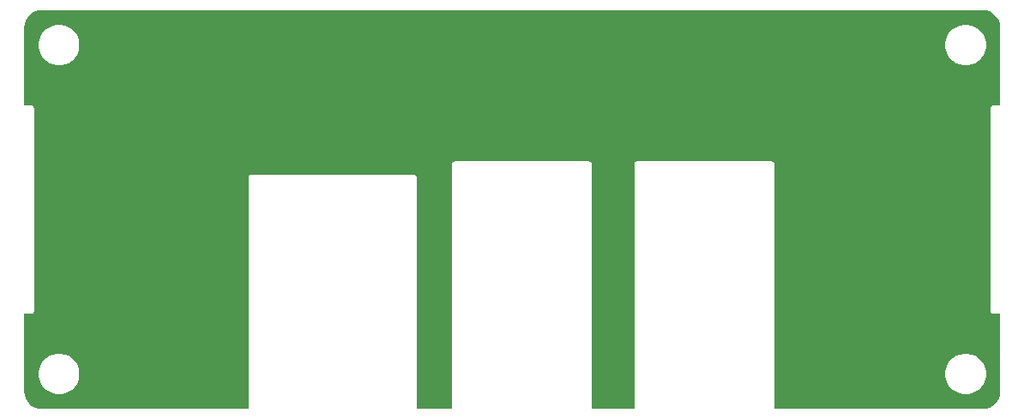
<source format=gbl>
G04*
G04 #@! TF.GenerationSoftware,Altium Limited,Altium Designer,23.0.1 (38)*
G04*
G04 Layer_Physical_Order=2*
G04 Layer_Color=16711680*
%FSLAX25Y25*%
%MOIN*%
G70*
G04*
G04 #@! TF.SameCoordinates,FEFC64D0-FB10-4D50-9D40-DAED1BB74A73*
G04*
G04*
G04 #@! TF.FilePolarity,Positive*
G04*
G01*
G75*
G36*
X107807Y256095D02*
X473555Y256095D01*
X473569Y256098D01*
X474873Y255969D01*
X476141Y255585D01*
X477309Y254960D01*
X478333Y254120D01*
X479173Y253096D01*
X479797Y251928D01*
X480182Y250661D01*
X480310Y249356D01*
X480308Y249342D01*
Y218968D01*
X477689D01*
X477260Y218883D01*
X476896Y218639D01*
X476653Y218276D01*
X476567Y217846D01*
Y139106D01*
X476653Y138677D01*
X476896Y138313D01*
X477260Y138070D01*
X477689Y137985D01*
X480308D01*
Y107610D01*
X480310Y107597D01*
X480182Y106292D01*
X479797Y105025D01*
X479173Y103857D01*
X478333Y102833D01*
X477309Y101992D01*
X476141Y101368D01*
X474873Y100984D01*
X473569Y100855D01*
X473555Y100858D01*
X392488D01*
Y137100D01*
Y196155D01*
X392410Y196545D01*
X392189Y196876D01*
X391859Y197097D01*
X391468Y197175D01*
X339106D01*
X338716Y197097D01*
X338385Y196876D01*
X338164Y196545D01*
X338087Y196155D01*
Y137100D01*
Y100858D01*
X321622D01*
Y137100D01*
Y196155D01*
X321544Y196545D01*
X321323Y196876D01*
X320992Y197097D01*
X320602Y197175D01*
X268240D01*
X267850Y197097D01*
X267519Y196876D01*
X267298Y196545D01*
X267220Y196155D01*
Y137100D01*
Y100858D01*
X253512D01*
Y137100D01*
Y191037D01*
X253434Y191427D01*
X253213Y191758D01*
X252882Y191979D01*
X252492Y192057D01*
X189106D01*
X188716Y191979D01*
X188385Y191758D01*
X188164Y191427D01*
X188087Y191037D01*
Y137100D01*
Y100858D01*
X107807D01*
X107793Y100855D01*
X106489Y100984D01*
X105221Y101368D01*
X104053Y101992D01*
X103030Y102833D01*
X102189Y103857D01*
X101565Y105025D01*
X101180Y106292D01*
X101052Y107597D01*
X101055Y107610D01*
Y137985D01*
X103673D01*
X104102Y138070D01*
X104466Y138313D01*
X104709Y138677D01*
X104795Y139106D01*
Y217846D01*
X104709Y218276D01*
X104466Y218639D01*
X104102Y218883D01*
X103673Y218968D01*
X101055D01*
Y249342D01*
X101052Y249356D01*
X101180Y250661D01*
X101565Y251928D01*
X102189Y253096D01*
X103030Y254120D01*
X104053Y254960D01*
X105221Y255585D01*
X106489Y255969D01*
X107793Y256098D01*
X107807Y256095D01*
D02*
G37*
%LPC*%
G36*
X115277Y250342D02*
X113723D01*
X112199Y250039D01*
X110763Y249445D01*
X109471Y248581D01*
X108372Y247482D01*
X107508Y246190D01*
X106913Y244754D01*
X106610Y243230D01*
Y241676D01*
X106913Y240151D01*
X107508Y238716D01*
X108372Y237423D01*
X109471Y236324D01*
X110763Y235461D01*
X112199Y234866D01*
X113723Y234563D01*
X115277D01*
X116801Y234866D01*
X118237Y235461D01*
X119529Y236324D01*
X120628Y237423D01*
X121492Y238716D01*
X122087Y240151D01*
X122390Y241676D01*
Y243230D01*
X122087Y244754D01*
X121492Y246190D01*
X120628Y247482D01*
X119529Y248581D01*
X118237Y249445D01*
X116801Y250039D01*
X115277Y250342D01*
D02*
G37*
G36*
X467639Y250342D02*
X466085D01*
X464561Y250039D01*
X463125Y249445D01*
X461833Y248581D01*
X460734Y247482D01*
X459870Y246190D01*
X459276Y244754D01*
X458972Y243230D01*
Y241676D01*
X459276Y240151D01*
X459870Y238716D01*
X460734Y237423D01*
X461833Y236324D01*
X463125Y235461D01*
X464561Y234866D01*
X466085Y234563D01*
X467639D01*
X469164Y234866D01*
X470599Y235461D01*
X471892Y236324D01*
X472991Y237423D01*
X473854Y238716D01*
X474449Y240151D01*
X474752Y241676D01*
Y243230D01*
X474449Y244754D01*
X473854Y246190D01*
X472991Y247482D01*
X471892Y248581D01*
X470599Y249445D01*
X469164Y250039D01*
X467639Y250342D01*
D02*
G37*
G36*
X115277Y122390D02*
X113723D01*
X112199Y122087D01*
X110763Y121492D01*
X109471Y120628D01*
X108372Y119529D01*
X107508Y118237D01*
X106913Y116801D01*
X106610Y115277D01*
Y113723D01*
X106913Y112199D01*
X107508Y110763D01*
X108372Y109471D01*
X109471Y108372D01*
X110763Y107508D01*
X112199Y106913D01*
X113723Y106610D01*
X115277D01*
X116801Y106913D01*
X118237Y107508D01*
X119529Y108372D01*
X120628Y109471D01*
X121492Y110763D01*
X122087Y112199D01*
X122390Y113723D01*
Y115277D01*
X122087Y116801D01*
X121492Y118237D01*
X120628Y119529D01*
X119529Y120628D01*
X118237Y121492D01*
X116801Y122087D01*
X115277Y122390D01*
D02*
G37*
G36*
X467639Y122390D02*
X466085D01*
X464561Y122087D01*
X463125Y121492D01*
X461833Y120628D01*
X460734Y119529D01*
X459870Y118237D01*
X459276Y116801D01*
X458972Y115277D01*
Y113723D01*
X459276Y112199D01*
X459870Y110763D01*
X460734Y109471D01*
X461833Y108372D01*
X463125Y107508D01*
X464561Y106913D01*
X466085Y106610D01*
X467639D01*
X469164Y106913D01*
X470599Y107508D01*
X471892Y108372D01*
X472991Y109471D01*
X473854Y110763D01*
X474449Y112199D01*
X474752Y113723D01*
Y115277D01*
X474449Y116801D01*
X473854Y118237D01*
X472991Y119529D01*
X471892Y120628D01*
X470599Y121492D01*
X469164Y122087D01*
X467639Y122390D01*
D02*
G37*
%LPD*%
M02*

</source>
